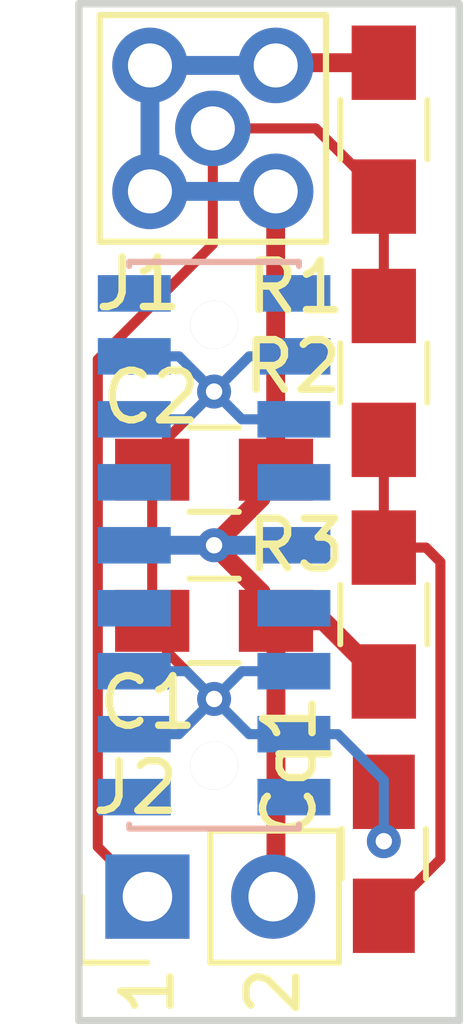
<source format=kicad_pcb>
(kicad_pcb (version 20171130) (host pcbnew "(5.1.10)-1")

  (general
    (thickness 1.6)
    (drawings 5)
    (tracks 59)
    (zones 0)
    (modules 9)
    (nets 5)
  )

  (page A4)
  (layers
    (0 F.Cu mixed)
    (31 B.Cu mixed)
    (32 B.Adhes user)
    (33 F.Adhes user)
    (34 B.Paste user)
    (35 F.Paste user)
    (36 B.SilkS user)
    (37 F.SilkS user)
    (38 B.Mask user)
    (39 F.Mask user)
    (40 Dwgs.User user hide)
    (41 Cmts.User user)
    (42 Eco1.User user)
    (43 Eco2.User user)
    (44 Edge.Cuts user)
    (45 Margin user)
    (46 B.CrtYd user hide)
    (47 F.CrtYd user hide)
    (48 B.Fab user hide)
    (49 F.Fab user hide)
  )

  (setup
    (last_trace_width 0.2032)
    (user_trace_width 0.1524)
    (user_trace_width 0.2032)
    (user_trace_width 0.254)
    (user_trace_width 0.3048)
    (user_trace_width 0.381)
    (user_trace_width 0.508)
    (user_trace_width 0.635)
    (trace_clearance 0.1524)
    (zone_clearance 0.1524)
    (zone_45_only yes)
    (trace_min 0.1524)
    (via_size 0.6858)
    (via_drill 0.3302)
    (via_min_size 0.508)
    (via_min_drill 0.3048)
    (user_via 0.6858 0.3302)
    (user_via 0.8128 0.4064)
    (user_via 1.2192 0.6096)
    (user_via 1.4224 0.8128)
    (blind_buried_vias_allowed yes)
    (uvia_size 0.3302)
    (uvia_drill 0.2032)
    (uvias_allowed yes)
    (uvia_min_size 0.2032)
    (uvia_min_drill 0.1016)
    (edge_width 0.15)
    (segment_width 0.2)
    (pcb_text_width 0.3)
    (pcb_text_size 1.5 1.5)
    (mod_edge_width 0.15)
    (mod_text_size 1 1)
    (mod_text_width 0.15)
    (pad_size 0.8 0.8)
    (pad_drill 0.8)
    (pad_to_mask_clearance 0.2)
    (aux_axis_origin 0 0)
    (visible_elements 7EFFFEFF)
    (pcbplotparams
      (layerselection 0x010fc_fffffff9)
      (usegerberextensions false)
      (usegerberattributes false)
      (usegerberadvancedattributes false)
      (creategerberjobfile false)
      (excludeedgelayer true)
      (linewidth 0.100000)
      (plotframeref false)
      (viasonmask false)
      (mode 1)
      (useauxorigin false)
      (hpglpennumber 1)
      (hpglpenspeed 20)
      (hpglpendiameter 15.000000)
      (psnegative false)
      (psa4output false)
      (plotreference true)
      (plotvalue true)
      (plotinvisibletext false)
      (padsonsilk false)
      (subtractmaskfromsilk false)
      (outputformat 1)
      (mirror false)
      (drillshape 0)
      (scaleselection 1)
      (outputdirectory "./gerbers"))
  )

  (net 0 "")
  (net 1 GND)
  (net 2 /VinA)
  (net 3 /VdivA)
  (net 4 /anode)

  (net_class Default "This is the default net class."
    (clearance 0.1524)
    (trace_width 0.1524)
    (via_dia 0.6858)
    (via_drill 0.3302)
    (uvia_dia 0.3302)
    (uvia_drill 0.2032)
    (add_net /VdivA)
    (add_net /VinA)
    (add_net /anode)
    (add_net GND)
    (add_net "Net-(JS1-Pad1)")
    (add_net "Net-(JS1-Pad11)")
    (add_net "Net-(JS1-Pad12)")
    (add_net "Net-(JS1-Pad17)")
    (add_net "Net-(JS1-Pad18)")
    (add_net "Net-(JS1-Pad2)")
    (add_net "Net-(JS1-Pad7)")
    (add_net "Net-(JS1-Pad8)")
  )

  (net_class 10mil ""
    (clearance 0.1524)
    (trace_width 0.1524)
    (via_dia 0.8128)
    (via_drill 0.4064)
    (uvia_dia 0.3048)
    (uvia_drill 0.2032)
  )

  (net_class 15mil ""
    (clearance 0.1524)
    (trace_width 0.381)
    (via_dia 0.8128)
    (via_drill 0.4064)
    (uvia_dia 0.3048)
    (uvia_drill 0.2032)
  )

  (net_class 20mil ""
    (clearance 0.1524)
    (trace_width 0.508)
    (via_dia 1.2192)
    (via_drill 0.6096)
    (uvia_dia 0.3302)
    (uvia_drill 0.2032)
  )

  (net_class 25mil ""
    (clearance 0.1524)
    (trace_width 0.1524)
    (via_dia 1.4224)
    (via_drill 0.8128)
    (uvia_dia 0.3302)
    (uvia_drill 0.2032)
  )

  (net_class 6mil ""
    (clearance 0.1524)
    (trace_width 0.1524)
    (via_dia 0.6858)
    (via_drill 0.3302)
    (uvia_dia 0.3302)
    (uvia_drill 0.2032)
  )

  (net_class 8mil ""
    (clearance 0.1524)
    (trace_width 0.2032)
    (via_dia 0.6858)
    (via_drill 0.3302)
    (uvia_dia 0.3302)
    (uvia_drill 0.2032)
  )

  (module MSAG_Misc:C_0805_HandSoldering (layer F.Cu) (tedit 5C5B15B8) (tstamp 5DCF404B)
    (at 0 -1.524 180)
    (descr "Capacitor SMD 0805, hand soldering")
    (tags "capacitor 0805")
    (path /5DCF947E)
    (attr smd)
    (fp_text reference C2 (at 1.27 1.4605) (layer F.SilkS)
      (effects (font (size 1 1) (thickness 0.15)))
    )
    (fp_text value 1.2nF (at 0 0.35) (layer F.Fab)
      (effects (font (size 0.25 0.25) (thickness 0.0375)))
    )
    (fp_text user %R (at 0.15 -0.2) (layer F.Fab)
      (effects (font (size 0.5 0.5) (thickness 0.075)))
    )
    (fp_line (start 2.25 0.87) (end -2.25 0.87) (layer F.CrtYd) (width 0.05))
    (fp_line (start 2.25 0.87) (end 2.25 -0.88) (layer F.CrtYd) (width 0.05))
    (fp_line (start -2.25 -0.88) (end -2.25 0.87) (layer F.CrtYd) (width 0.05))
    (fp_line (start -2.25 -0.88) (end 2.25 -0.88) (layer F.CrtYd) (width 0.05))
    (fp_line (start -0.5 0.85) (end 0.5 0.85) (layer F.SilkS) (width 0.12))
    (fp_line (start 0.5 -0.85) (end -0.5 -0.85) (layer F.SilkS) (width 0.12))
    (fp_line (start -1 -0.62) (end 1 -0.62) (layer F.Fab) (width 0.1))
    (fp_line (start 1 -0.62) (end 1 0.62) (layer F.Fab) (width 0.1))
    (fp_line (start 1 0.62) (end -1 0.62) (layer F.Fab) (width 0.1))
    (fp_line (start -1 0.62) (end -1 -0.62) (layer F.Fab) (width 0.1))
    (pad 1 smd rect (at -1.25 0 180) (size 1.5 1.25) (layers F.Cu F.Paste F.Mask)
      (net 1 GND))
    (pad 2 smd rect (at 1.25 0 180) (size 1.5 1.25) (layers F.Cu F.Paste F.Mask)
      (net 4 /anode))
    (model ${MSAG3D}/Capacitors_SMD.3dshapes/C_0805.wrl
      (at (xyz 0 0 0))
      (scale (xyz 1 1 1))
      (rotate (xyz 0 0 0))
    )
  )

  (module MSAG_Misc:Pin_Header_Straight_1x02_Pitch2.54mm_numbers (layer F.Cu) (tedit 60101B89) (tstamp 620C7999)
    (at -1.3462 7.0866 90)
    (descr "Through hole straight pin header, 1x02, 2.54mm pitch, single row")
    (tags "Through hole pin header THT 1x02 2.54mm single row")
    (path /620D963C)
    (fp_text reference J2 (at 2.1971 -0.2413 180) (layer F.SilkS)
      (effects (font (size 1 1) (thickness 0.15)))
    )
    (fp_text value Conn_01x02 (at 0 4.87 90) (layer F.Fab)
      (effects (font (size 1 1) (thickness 0.15)))
    )
    (fp_text user 2 (at -1.905 2.54 90) (layer F.SilkS)
      (effects (font (size 1 1) (thickness 0.15)))
    )
    (fp_text user 1 (at -1.905 0 90) (layer F.SilkS)
      (effects (font (size 1 1) (thickness 0.15)))
    )
    (fp_text user %R (at 0 1.27) (layer F.Fab)
      (effects (font (size 1 1) (thickness 0.15)))
    )
    (fp_line (start -0.635 -1.27) (end 1.27 -1.27) (layer F.Fab) (width 0.1))
    (fp_line (start 1.27 -1.27) (end 1.27 3.81) (layer F.Fab) (width 0.1))
    (fp_line (start 1.27 3.81) (end -1.27 3.81) (layer F.Fab) (width 0.1))
    (fp_line (start -1.27 3.81) (end -1.27 -0.635) (layer F.Fab) (width 0.1))
    (fp_line (start -1.27 -0.635) (end -0.635 -1.27) (layer F.Fab) (width 0.1))
    (fp_line (start -1.33 3.87) (end 1.33 3.87) (layer F.SilkS) (width 0.12))
    (fp_line (start -1.33 1.27) (end -1.33 3.87) (layer F.SilkS) (width 0.12))
    (fp_line (start 1.33 1.27) (end 1.33 3.87) (layer F.SilkS) (width 0.12))
    (fp_line (start -1.33 1.27) (end 1.33 1.27) (layer F.SilkS) (width 0.12))
    (fp_line (start -1.33 0) (end -1.33 -1.33) (layer F.SilkS) (width 0.12))
    (fp_line (start -1.33 -1.33) (end 0 -1.33) (layer F.SilkS) (width 0.12))
    (fp_line (start -1.8 -1.8) (end -1.8 4.35) (layer F.CrtYd) (width 0.05))
    (fp_line (start -1.8 4.35) (end 1.8 4.35) (layer F.CrtYd) (width 0.05))
    (fp_line (start 1.8 4.35) (end 1.8 -1.8) (layer F.CrtYd) (width 0.05))
    (fp_line (start 1.8 -1.8) (end -1.8 -1.8) (layer F.CrtYd) (width 0.05))
    (pad 1 thru_hole rect (at 0 0 90) (size 1.7 1.7) (drill 1) (layers *.Cu *.Mask)
      (net 2 /VinA))
    (pad 2 thru_hole oval (at 0 2.54 90) (size 1.7 1.7) (drill 1) (layers *.Cu *.Mask)
      (net 1 GND))
    (model ${MSAG3D}/Connector_PinHeader_2.54mm.3dshapes/Pin_Header_Straight_1x02_Pitch2.54mm.step
      (at (xyz 0 0 0))
      (scale (xyz 1 1 1))
      (rotate (xyz 0 0 0))
    )
  )

  (module MSAG_Misc:C_0805_HandSoldering (layer F.Cu) (tedit 5C5B15B8) (tstamp 5DCF3F1E)
    (at 0 1.524 180)
    (descr "Capacitor SMD 0805, hand soldering")
    (tags "capacitor 0805")
    (path /5DCF6DDA)
    (attr smd)
    (fp_text reference C1 (at 1.3335 -1.651) (layer F.SilkS)
      (effects (font (size 1 1) (thickness 0.15)))
    )
    (fp_text value 1.2nF (at 0 0.35) (layer F.Fab)
      (effects (font (size 0.25 0.25) (thickness 0.0375)))
    )
    (fp_text user %R (at 0.15 -0.2) (layer F.Fab)
      (effects (font (size 0.5 0.5) (thickness 0.075)))
    )
    (fp_line (start 2.25 0.87) (end -2.25 0.87) (layer F.CrtYd) (width 0.05))
    (fp_line (start 2.25 0.87) (end 2.25 -0.88) (layer F.CrtYd) (width 0.05))
    (fp_line (start -2.25 -0.88) (end -2.25 0.87) (layer F.CrtYd) (width 0.05))
    (fp_line (start -2.25 -0.88) (end 2.25 -0.88) (layer F.CrtYd) (width 0.05))
    (fp_line (start -0.5 0.85) (end 0.5 0.85) (layer F.SilkS) (width 0.12))
    (fp_line (start 0.5 -0.85) (end -0.5 -0.85) (layer F.SilkS) (width 0.12))
    (fp_line (start -1 -0.62) (end 1 -0.62) (layer F.Fab) (width 0.1))
    (fp_line (start 1 -0.62) (end 1 0.62) (layer F.Fab) (width 0.1))
    (fp_line (start 1 0.62) (end -1 0.62) (layer F.Fab) (width 0.1))
    (fp_line (start -1 0.62) (end -1 -0.62) (layer F.Fab) (width 0.1))
    (pad 1 smd rect (at -1.25 0 180) (size 1.5 1.25) (layers F.Cu F.Paste F.Mask)
      (net 1 GND))
    (pad 2 smd rect (at 1.25 0 180) (size 1.5 1.25) (layers F.Cu F.Paste F.Mask)
      (net 4 /anode))
    (model ${MSAG3D}/Capacitors_SMD.3dshapes/C_0805.wrl
      (at (xyz 0 0 0))
      (scale (xyz 1 1 1))
      (rotate (xyz 0 0 0))
    )
  )

  (module MSAG_Misc:SSMB_TH (layer F.Cu) (tedit 60820D74) (tstamp 620C6F4D)
    (at -0.0254 -8.4074)
    (descr "SSMB Jack Thru-Hole Connector .026\" Round Contact")
    (tags "SSMB ")
    (path /5E8F4516)
    (fp_text reference J1 (at -1.4986 3.1369 180) (layer F.SilkS)
      (effects (font (size 1 1) (thickness 0.15)))
    )
    (fp_text value BNC (at 5.588 0.508) (layer F.Fab)
      (effects (font (size 1 1) (thickness 0.15)))
    )
    (fp_text user %R (at 4.318 -1.27) (layer F.Fab)
      (effects (font (size 1 1) (thickness 0.15)))
    )
    (fp_line (start -2.286 -2.286) (end -2.286 2.286) (layer F.SilkS) (width 0.127))
    (fp_line (start -2.286 2.286) (end 2.286 2.286) (layer F.SilkS) (width 0.127))
    (fp_line (start 2.286 2.286) (end 2.286 -2.286) (layer F.SilkS) (width 0.127))
    (fp_line (start 2.286 -2.286) (end -2.286 -2.286) (layer F.SilkS) (width 0.127))
    (pad 1 thru_hole circle (at 0 0) (size 1.524 1.524) (drill 0.889) (layers *.Cu *.Mask)
      (net 2 /VinA))
    (pad 2 thru_hole circle (at -1.27 -1.27) (size 1.524 1.524) (drill 0.889) (layers *.Cu *.Mask)
      (net 1 GND))
    (pad 3 thru_hole circle (at -1.27 1.27) (size 1.524 1.524) (drill 0.889) (layers *.Cu *.Mask)
      (net 1 GND))
    (pad 4 thru_hole circle (at 1.27 1.27) (size 1.524 1.524) (drill 0.889) (layers *.Cu *.Mask)
      (net 1 GND))
    (pad 5 thru_hole circle (at 1.27 -1.27) (size 1.524 1.524) (drill 0.889) (layers *.Cu *.Mask)
      (net 1 GND))
    (model ${MSAG}/MSAG_KiCad3d/ssmb_straight_7209-1511-050.STEP
      (offset (xyz 0 0 6.7))
      (scale (xyz 1 1 1))
      (rotate (xyz 0 -90 0))
    )
  )

  (module MSAG_Misc:R_0805_HandSoldering (layer F.Cu) (tedit 5C5B175C) (tstamp 620C8494)
    (at 3.429 1.397 270)
    (descr "Resistor SMD 0805, hand soldering")
    (tags "resistor 0805")
    (path /60061C21)
    (attr smd)
    (fp_text reference R3 (at -1.397 1.778) (layer F.SilkS)
      (effects (font (size 1 1) (thickness 0.15)))
    )
    (fp_text value 10 (at 0 0.35 90) (layer F.Fab)
      (effects (font (size 0.25 0.25) (thickness 0.0375)))
    )
    (fp_line (start -1 0.62) (end -1 -0.62) (layer F.Fab) (width 0.1))
    (fp_line (start 1 0.62) (end -1 0.62) (layer F.Fab) (width 0.1))
    (fp_line (start 1 -0.62) (end 1 0.62) (layer F.Fab) (width 0.1))
    (fp_line (start -1 -0.62) (end 1 -0.62) (layer F.Fab) (width 0.1))
    (fp_line (start 0.6 0.88) (end -0.6 0.88) (layer F.SilkS) (width 0.12))
    (fp_line (start -0.6 -0.88) (end 0.6 -0.88) (layer F.SilkS) (width 0.12))
    (fp_line (start -2.35 -0.9) (end 2.35 -0.9) (layer F.CrtYd) (width 0.05))
    (fp_line (start -2.35 -0.9) (end -2.35 0.9) (layer F.CrtYd) (width 0.05))
    (fp_line (start 2.35 0.9) (end 2.35 -0.9) (layer F.CrtYd) (width 0.05))
    (fp_line (start 2.35 0.9) (end -2.35 0.9) (layer F.CrtYd) (width 0.05))
    (fp_text user %R (at 0 -0.2 90) (layer F.Fab)
      (effects (font (size 0.5 0.5) (thickness 0.075)))
    )
    (pad 2 smd rect (at 1.35 0 270) (size 1.5 1.3) (layers F.Cu F.Paste F.Mask)
      (net 1 GND))
    (pad 1 smd rect (at -1.35 0 270) (size 1.5 1.3) (layers F.Cu F.Paste F.Mask)
      (net 3 /VdivA))
    (model ${MSAG3D}/Resistors_SMD.3dshapes/R_0805.wrl
      (at (xyz 0 0 0))
      (scale (xyz 1 1 1))
      (rotate (xyz 0 0 0))
    )
  )

  (module MSAG_Misc:R_0805_HandSoldering (layer F.Cu) (tedit 5C5B175C) (tstamp 620C83F0)
    (at 3.429 -3.476 270)
    (descr "Resistor SMD 0805, hand soldering")
    (tags "resistor 0805")
    (path /600665F4)
    (attr smd)
    (fp_text reference R2 (at -0.127 1.8415 180) (layer F.SilkS)
      (effects (font (size 1 1) (thickness 0.15)))
    )
    (fp_text value 2.7k (at 0 0.35 90) (layer F.Fab)
      (effects (font (size 0.25 0.25) (thickness 0.0375)))
    )
    (fp_line (start -1 0.62) (end -1 -0.62) (layer F.Fab) (width 0.1))
    (fp_line (start 1 0.62) (end -1 0.62) (layer F.Fab) (width 0.1))
    (fp_line (start 1 -0.62) (end 1 0.62) (layer F.Fab) (width 0.1))
    (fp_line (start -1 -0.62) (end 1 -0.62) (layer F.Fab) (width 0.1))
    (fp_line (start 0.6 0.88) (end -0.6 0.88) (layer F.SilkS) (width 0.12))
    (fp_line (start -0.6 -0.88) (end 0.6 -0.88) (layer F.SilkS) (width 0.12))
    (fp_line (start -2.35 -0.9) (end 2.35 -0.9) (layer F.CrtYd) (width 0.05))
    (fp_line (start -2.35 -0.9) (end -2.35 0.9) (layer F.CrtYd) (width 0.05))
    (fp_line (start 2.35 0.9) (end 2.35 -0.9) (layer F.CrtYd) (width 0.05))
    (fp_line (start 2.35 0.9) (end -2.35 0.9) (layer F.CrtYd) (width 0.05))
    (fp_text user %R (at 0 -0.2 90) (layer F.Fab)
      (effects (font (size 0.5 0.5) (thickness 0.075)))
    )
    (pad 2 smd rect (at 1.35 0 270) (size 1.5 1.3) (layers F.Cu F.Paste F.Mask)
      (net 3 /VdivA))
    (pad 1 smd rect (at -1.35 0 270) (size 1.5 1.3) (layers F.Cu F.Paste F.Mask)
      (net 2 /VinA))
    (model ${MSAG3D}/Resistors_SMD.3dshapes/R_0805.wrl
      (at (xyz 0 0 0))
      (scale (xyz 1 1 1))
      (rotate (xyz 0 0 0))
    )
  )

  (module MSAG_Misc:R_0805_HandSoldering (layer F.Cu) (tedit 5C5B175C) (tstamp 620C6F5E)
    (at 3.429 -8.382 90)
    (descr "Resistor SMD 0805, hand soldering")
    (tags "resistor 0805")
    (path /60053F98)
    (attr smd)
    (fp_text reference R1 (at -3.175 -1.778 180) (layer F.SilkS)
      (effects (font (size 1 1) (thickness 0.15)))
    )
    (fp_text value 49.9 (at 0 0.35 90) (layer F.Fab)
      (effects (font (size 0.25 0.25) (thickness 0.0375)))
    )
    (fp_text user %R (at 0 -0.2 90) (layer F.Fab)
      (effects (font (size 0.5 0.5) (thickness 0.075)))
    )
    (fp_line (start 2.35 0.9) (end -2.35 0.9) (layer F.CrtYd) (width 0.05))
    (fp_line (start 2.35 0.9) (end 2.35 -0.9) (layer F.CrtYd) (width 0.05))
    (fp_line (start -2.35 -0.9) (end -2.35 0.9) (layer F.CrtYd) (width 0.05))
    (fp_line (start -2.35 -0.9) (end 2.35 -0.9) (layer F.CrtYd) (width 0.05))
    (fp_line (start -0.6 -0.88) (end 0.6 -0.88) (layer F.SilkS) (width 0.12))
    (fp_line (start 0.6 0.88) (end -0.6 0.88) (layer F.SilkS) (width 0.12))
    (fp_line (start -1 -0.62) (end 1 -0.62) (layer F.Fab) (width 0.1))
    (fp_line (start 1 -0.62) (end 1 0.62) (layer F.Fab) (width 0.1))
    (fp_line (start 1 0.62) (end -1 0.62) (layer F.Fab) (width 0.1))
    (fp_line (start -1 0.62) (end -1 -0.62) (layer F.Fab) (width 0.1))
    (pad 1 smd rect (at -1.35 0 90) (size 1.5 1.3) (layers F.Cu F.Paste F.Mask)
      (net 2 /VinA))
    (pad 2 smd rect (at 1.35 0 90) (size 1.5 1.3) (layers F.Cu F.Paste F.Mask)
      (net 1 GND))
    (model ${MSAG3D}/Resistors_SMD.3dshapes/R_0805.wrl
      (at (xyz 0 0 0))
      (scale (xyz 1 1 1))
      (rotate (xyz 0 0 0))
    )
  )

  (module MSAG_Misc:C_0805_HandSoldering (layer F.Cu) (tedit 5C5B15B8) (tstamp 620C940E)
    (at 3.429 6.223 270)
    (descr "Capacitor SMD 0805, hand soldering")
    (tags "capacitor 0805")
    (path /600A2513)
    (attr smd)
    (fp_text reference Cq1 (at -1.778 1.905 270) (layer F.SilkS)
      (effects (font (size 1 1) (thickness 0.15)))
    )
    (fp_text value 130pF_NP0 (at 0 0.35 90) (layer F.Fab)
      (effects (font (size 0.25 0.25) (thickness 0.0375)))
    )
    (fp_text user %R (at 0.15 -0.2 90) (layer F.Fab)
      (effects (font (size 0.5 0.5) (thickness 0.075)))
    )
    (fp_line (start 2.25 0.87) (end -2.25 0.87) (layer F.CrtYd) (width 0.05))
    (fp_line (start 2.25 0.87) (end 2.25 -0.88) (layer F.CrtYd) (width 0.05))
    (fp_line (start -2.25 -0.88) (end -2.25 0.87) (layer F.CrtYd) (width 0.05))
    (fp_line (start -2.25 -0.88) (end 2.25 -0.88) (layer F.CrtYd) (width 0.05))
    (fp_line (start -0.5 0.85) (end 0.5 0.85) (layer F.SilkS) (width 0.12))
    (fp_line (start 0.5 -0.85) (end -0.5 -0.85) (layer F.SilkS) (width 0.12))
    (fp_line (start -1 -0.62) (end 1 -0.62) (layer F.Fab) (width 0.1))
    (fp_line (start 1 -0.62) (end 1 0.62) (layer F.Fab) (width 0.1))
    (fp_line (start 1 0.62) (end -1 0.62) (layer F.Fab) (width 0.1))
    (fp_line (start -1 0.62) (end -1 -0.62) (layer F.Fab) (width 0.1))
    (pad 1 smd rect (at -1.25 0 270) (size 1.5 1.25) (layers F.Cu F.Paste F.Mask)
      (net 4 /anode))
    (pad 2 smd rect (at 1.25 0 270) (size 1.5 1.25) (layers F.Cu F.Paste F.Mask)
      (net 3 /VdivA))
    (model ${MSAG3D}/Capacitors_SMD.3dshapes/C_0805.wrl
      (at (xyz 0 0 0))
      (scale (xyz 1 1 1))
      (rotate (xyz 0 0 0))
    )
  )

  (module MSAG_Misc:CLP-109-02-F-D-A (layer B.Cu) (tedit 5DCFF754) (tstamp 5DCF485C)
    (at 0 0 180)
    (descr "surface-mounted straight pin header, 2x08, 1.27mm pitch, double rows")
    (tags "Surface mounted pin header SMD 2x08 1.27mm double row")
    (path /5D5788AF)
    (attr smd)
    (fp_text reference JS1 (at -1.46812 4.38658) (layer B.SilkS) hide
      (effects (font (size 1 1) (thickness 0.15)) (justify mirror))
    )
    (fp_text value CLP-109-02-F-D-A (at 0 -6.775) (layer B.Fab)
      (effects (font (size 1 1) (thickness 0.15)) (justify mirror))
    )
    (fp_line (start 1.7145 5.6946) (end 1.7145 5.6296) (layer B.SilkS) (width 0.12))
    (fp_line (start -1.7145 5.6946) (end -1.7145 5.6296) (layer B.SilkS) (width 0.12))
    (fp_line (start -1.7145 5.715) (end 1.7145 5.715) (layer B.SilkS) (width 0.127))
    (fp_line (start 1.114 -5.715) (end -1.114 -5.715) (layer B.Fab) (width 0.1))
    (fp_line (start -1.27 5.715) (end 1.705 5.715) (layer B.Fab) (width 0.1))
    (fp_line (start -1.114 -5.715) (end -1.114 5.28) (layer B.Fab) (width 0.1))
    (fp_line (start -1.114 5.28) (end -0.679 5.715) (layer B.Fab) (width 0.1))
    (fp_line (start 1.114 5.715) (end 1.114 -5.715) (layer B.Fab) (width 0.1))
    (fp_line (start -1.114 5.28) (end -2.159 5.28) (layer B.Fab) (width 0.1))
    (fp_line (start -2.159 5.28) (end -2.159 4.88) (layer B.Fab) (width 0.1))
    (fp_line (start -2.159 4.88) (end -1.114 4.88) (layer B.Fab) (width 0.1))
    (fp_line (start 1.114 5.28) (end 2.159 5.28) (layer B.Fab) (width 0.1))
    (fp_line (start 2.159 5.28) (end 2.159 4.88) (layer B.Fab) (width 0.1))
    (fp_line (start 2.159 4.88) (end 1.114 4.88) (layer B.Fab) (width 0.1))
    (fp_line (start -1.114 4.01) (end -2.159 4.01) (layer B.Fab) (width 0.1))
    (fp_line (start -2.159 4.01) (end -2.159 3.61) (layer B.Fab) (width 0.1))
    (fp_line (start -2.159 3.61) (end -1.114 3.61) (layer B.Fab) (width 0.1))
    (fp_line (start 1.114 4.01) (end 2.159 4.01) (layer B.Fab) (width 0.1))
    (fp_line (start 2.159 4.01) (end 2.159 3.61) (layer B.Fab) (width 0.1))
    (fp_line (start 2.159 3.61) (end 1.114 3.61) (layer B.Fab) (width 0.1))
    (fp_line (start -1.114 2.74) (end -2.159 2.74) (layer B.Fab) (width 0.1))
    (fp_line (start -2.159 2.74) (end -2.159 2.34) (layer B.Fab) (width 0.1))
    (fp_line (start -2.159 2.34) (end -1.114 2.34) (layer B.Fab) (width 0.1))
    (fp_line (start 1.114 2.74) (end 2.159 2.74) (layer B.Fab) (width 0.1))
    (fp_line (start 2.159 2.74) (end 2.159 2.34) (layer B.Fab) (width 0.1))
    (fp_line (start 2.159 2.34) (end 1.114 2.34) (layer B.Fab) (width 0.1))
    (fp_line (start -1.114 1.47) (end -2.159 1.47) (layer B.Fab) (width 0.1))
    (fp_line (start -2.159 1.47) (end -2.159 1.07) (layer B.Fab) (width 0.1))
    (fp_line (start -2.159 1.07) (end -1.114 1.07) (layer B.Fab) (width 0.1))
    (fp_line (start 1.114 1.47) (end 2.159 1.47) (layer B.Fab) (width 0.1))
    (fp_line (start 2.159 1.47) (end 2.159 1.07) (layer B.Fab) (width 0.1))
    (fp_line (start 2.159 1.07) (end 1.114 1.07) (layer B.Fab) (width 0.1))
    (fp_line (start -1.114 0.2) (end -2.159 0.2) (layer B.Fab) (width 0.1))
    (fp_line (start -2.159 0.2) (end -2.159 -0.2) (layer B.Fab) (width 0.1))
    (fp_line (start -2.159 -0.2) (end -1.114 -0.2) (layer B.Fab) (width 0.1))
    (fp_line (start 1.114 0.2) (end 2.159 0.2) (layer B.Fab) (width 0.1))
    (fp_line (start 2.159 0.2) (end 2.159 -0.2) (layer B.Fab) (width 0.1))
    (fp_line (start 2.159 -0.2) (end 1.114 -0.2) (layer B.Fab) (width 0.1))
    (fp_line (start -1.7145 -5.715) (end 1.7145 -5.715) (layer B.SilkS) (width 0.12))
    (fp_line (start -1.7145 -5.6308) (end -1.7145 -5.6958) (layer B.SilkS) (width 0.12))
    (fp_line (start 1.7145 -5.6308) (end 1.7145 -5.6958) (layer B.SilkS) (width 0.12))
    (fp_line (start -4.3 6.235) (end -4.3 -6.235) (layer B.CrtYd) (width 0.05))
    (fp_line (start -4.3 -6.235) (end 4.3 -6.235) (layer B.CrtYd) (width 0.05))
    (fp_line (start 4.3 -6.235) (end 4.3 6.235) (layer B.CrtYd) (width 0.05))
    (fp_line (start 4.3 6.235) (end -4.3 6.235) (layer B.CrtYd) (width 0.05))
    (fp_text user %R (at 0 0.635 270) (layer B.Fab)
      (effects (font (size 1 1) (thickness 0.15)) (justify mirror))
    )
    (pad 18 smd rect (at -1.6129 -5.08 180) (size 1.4732 0.7366) (layers B.Cu B.Paste B.Mask))
    (pad 16 smd rect (at -1.6129 -3.81 180) (size 1.4732 0.7366) (layers B.Cu B.Paste B.Mask)
      (net 4 /anode))
    (pad 14 smd rect (at -1.6129 -2.54 180) (size 1.4732 0.7366) (layers B.Cu B.Paste B.Mask)
      (net 4 /anode))
    (pad 12 smd rect (at -1.6129 -1.27 180) (size 1.4732 0.7366) (layers B.Cu B.Paste B.Mask))
    (pad 17 smd rect (at 1.6129 -5.08 180) (size 1.4732 0.7366) (layers B.Cu B.Paste B.Mask))
    (pad 15 smd rect (at 1.6129 -3.81 180) (size 1.4732 0.7366) (layers B.Cu B.Paste B.Mask)
      (net 4 /anode))
    (pad 13 smd rect (at 1.6129 -2.54 180) (size 1.4732 0.7366) (layers B.Cu B.Paste B.Mask)
      (net 4 /anode))
    (pad 11 smd rect (at 1.6129 -1.27 180) (size 1.4732 0.7366) (layers B.Cu B.Paste B.Mask))
    (pad 1 smd rect (at 1.6129 5.08 180) (size 1.4732 0.7366) (layers B.Cu B.Paste B.Mask))
    (pad 9 smd rect (at 1.6129 0 180) (size 1.4732 0.7366) (layers B.Cu B.Paste B.Mask)
      (net 1 GND))
    (pad 3 smd rect (at 1.6129 3.81 180) (size 1.4732 0.7366) (layers B.Cu B.Paste B.Mask)
      (net 4 /anode))
    (pad 5 smd rect (at 1.6129 2.54 180) (size 1.4732 0.7366) (layers B.Cu B.Paste B.Mask)
      (net 4 /anode))
    (pad 7 smd rect (at 1.6129 1.27 180) (size 1.4732 0.7366) (layers B.Cu B.Paste B.Mask))
    (pad 10 smd rect (at -1.6129 0 180) (size 1.4732 0.7366) (layers B.Cu B.Paste B.Mask)
      (net 1 GND))
    (pad 8 smd rect (at -1.6129 1.27 180) (size 1.4732 0.7366) (layers B.Cu B.Paste B.Mask))
    (pad 6 smd rect (at -1.6129 2.54 180) (size 1.4732 0.7366) (layers B.Cu B.Paste B.Mask)
      (net 4 /anode))
    (pad 4 smd rect (at -1.6129 3.81 180) (size 1.4732 0.7366) (layers B.Cu B.Paste B.Mask)
      (net 4 /anode))
    (pad 2 smd rect (at -1.6129 5.08 180) (size 1.4732 0.7366) (layers B.Cu B.Paste B.Mask))
    (pad 20 thru_hole circle (at 0 4.445 180) (size 0.97 0.97) (drill 0.97) (layers *.Cu *.Mask))
    (pad 19 thru_hole circle (at 0 -4.445 180) (size 0.97 0.97) (drill 0.97) (layers *.Cu *.Mask))
    (model ${MSAG}/MSAG_KiCad3d/CLP-109-02-F-D-A.stp
      (at (xyz 0 0 0))
      (scale (xyz 1 1 1))
      (rotate (xyz -90 0 -90))
    )
  )

  (gr_line (start 4.953 9.5885) (end 4.953 -10.922) (layer Edge.Cuts) (width 0.15) (tstamp 620C94E4))
  (gr_line (start -2.7305 -4.445) (end -2.7305 -10.922) (layer Edge.Cuts) (width 0.15) (tstamp 620C8C6A))
  (gr_line (start -2.7305 9.5885) (end -2.7305 -4.445) (layer Edge.Cuts) (width 0.15) (tstamp 5D575757))
  (gr_line (start 4.953 9.5885) (end -2.7305 9.5885) (layer Edge.Cuts) (width 0.15) (tstamp 620C94ED))
  (gr_line (start -2.7305 -10.922) (end 4.953 -10.922) (layer Edge.Cuts) (width 0.15) (tstamp 620C8906))

  (via (at 0 0) (size 0.6858) (drill 0.3302) (layers F.Cu B.Cu) (net 1))
  (segment (start -0.0127 0) (end 0 -0.0127) (width 0.381) (layer B.Cu) (net 1))
  (segment (start 0 0) (end -1.6129 0) (width 0.381) (layer B.Cu) (net 1))
  (segment (start 0 0) (end 1.6129 0) (width 0.381) (layer B.Cu) (net 1))
  (segment (start 0.95 -1.524) (end 0.95 -0.95) (width 0.381) (layer F.Cu) (net 1))
  (segment (start 0.95 1.524) (end 0.95 0.95) (width 0.381) (layer F.Cu) (net 1))
  (segment (start 0.95 0.95) (end 0 0) (width 0.381) (layer F.Cu) (net 1))
  (segment (start 0.95 -0.95) (end 0 0) (width 0.381) (layer F.Cu) (net 1))
  (segment (start 2.206 1.524) (end 3.429 2.747) (width 0.381) (layer F.Cu) (net 1))
  (segment (start 1.25 1.524) (end 2.206 1.524) (width 0.381) (layer F.Cu) (net 1))
  (segment (start 1.2992 -9.732) (end 1.2446 -9.6774) (width 0.381) (layer F.Cu) (net 1))
  (segment (start 3.429 -9.732) (end 1.2992 -9.732) (width 0.381) (layer F.Cu) (net 1))
  (segment (start 1.2446 -9.6774) (end -1.2954 -9.6774) (width 0.381) (layer B.Cu) (net 1))
  (segment (start -1.2954 -9.6774) (end -1.2954 -7.1374) (width 0.381) (layer B.Cu) (net 1))
  (segment (start 1.2446 -1.5294) (end 1.25 -1.524) (width 0.381) (layer F.Cu) (net 1))
  (segment (start 1.2446 -7.1374) (end 1.2446 -1.5294) (width 0.381) (layer F.Cu) (net 1))
  (segment (start 1.25 7.0304) (end 1.1938 7.0866) (width 0.381) (layer F.Cu) (net 1))
  (segment (start 1.25 1.524) (end 1.25 7.0304) (width 0.381) (layer F.Cu) (net 1))
  (segment (start 1.2446 -7.1374) (end -1.2954 -7.1374) (width 0.381) (layer B.Cu) (net 1))
  (segment (start 3.429 -7.032) (end 3.429 -4.826) (width 0.2032) (layer F.Cu) (net 2))
  (segment (start 2.0536 -8.4074) (end 3.429 -7.032) (width 0.2032) (layer F.Cu) (net 2))
  (segment (start -0.0254 -8.4074) (end 2.0536 -8.4074) (width 0.2032) (layer F.Cu) (net 2))
  (segment (start -0.0254 -6.0706) (end -0.0254 -8.4074) (width 0.2032) (layer F.Cu) (net 2))
  (segment (start -2.3495 -3.7465) (end -0.0254 -6.0706) (width 0.2032) (layer F.Cu) (net 2))
  (segment (start -2.3495 6.0833) (end -2.3495 -3.7465) (width 0.2032) (layer F.Cu) (net 2))
  (segment (start -1.3462 7.0866) (end -2.3495 6.0833) (width 0.2032) (layer F.Cu) (net 2))
  (segment (start 3.429 -2.126) (end 3.429 0.047) (width 0.2032) (layer F.Cu) (net 3))
  (segment (start 4.2822 0.047) (end 4.572 0.3368) (width 0.2032) (layer F.Cu) (net 3))
  (segment (start 3.429 0.047) (end 4.2822 0.047) (width 0.2032) (layer F.Cu) (net 3))
  (segment (start 4.572 6.33) (end 3.429 7.473) (width 0.2032) (layer F.Cu) (net 3))
  (segment (start 4.572 0.3368) (end 4.572 6.33) (width 0.2032) (layer F.Cu) (net 3))
  (segment (start -0.56 2.54) (end 0 3.1) (width 0.2032) (layer B.Cu) (net 4))
  (segment (start -1.6129 2.54) (end -0.56 2.54) (width 0.2032) (layer B.Cu) (net 4))
  (segment (start 0.56 2.54) (end 0 3.1) (width 0.2032) (layer B.Cu) (net 4))
  (segment (start 1.6129 2.54) (end 0.56 2.54) (width 0.2032) (layer B.Cu) (net 4))
  (segment (start -0.71 3.81) (end 0 3.1) (width 0.2032) (layer B.Cu) (net 4))
  (segment (start -1.6129 3.81) (end -0.71 3.81) (width 0.2032) (layer B.Cu) (net 4))
  (segment (start 0.71 3.81) (end 0 3.1) (width 0.2032) (layer B.Cu) (net 4))
  (segment (start 1.6129 3.81) (end 0.71 3.81) (width 0.2032) (layer B.Cu) (net 4))
  (via (at 0 3.1) (size 0.6858) (drill 0.3302) (layers F.Cu B.Cu) (net 4))
  (segment (start -0.56 -2.54) (end 0 -3.1) (width 0.2032) (layer B.Cu) (net 4))
  (segment (start -1.6129 -2.54) (end -0.56 -2.54) (width 0.2032) (layer B.Cu) (net 4))
  (segment (start 0.56 -2.54) (end 0 -3.1) (width 0.2032) (layer B.Cu) (net 4))
  (segment (start 1.6129 -2.54) (end 0.56 -2.54) (width 0.2032) (layer B.Cu) (net 4))
  (segment (start -0.71 -3.81) (end 0 -3.1) (width 0.2032) (layer B.Cu) (net 4))
  (segment (start -1.6129 -3.81) (end -0.71 -3.81) (width 0.2032) (layer B.Cu) (net 4))
  (segment (start 0.71 -3.81) (end 0 -3.1) (width 0.2032) (layer B.Cu) (net 4))
  (segment (start 1.6129 -3.81) (end 0.71 -3.81) (width 0.2032) (layer B.Cu) (net 4))
  (via (at 0 -3.1) (size 0.6858) (drill 0.3302) (layers F.Cu B.Cu) (net 4) (tstamp 5D7D7AB5))
  (segment (start -0.95 -1.524) (end -0.95 -2.15) (width 0.2032) (layer F.Cu) (net 4))
  (segment (start -0.95 1.524) (end -0.95 2.15) (width 0.2032) (layer F.Cu) (net 4))
  (segment (start -0.95 2.15) (end 0 3.1) (width 0.2032) (layer F.Cu) (net 4))
  (segment (start -0.95 -2.15) (end 0 -3.1) (width 0.2032) (layer F.Cu) (net 4))
  (segment (start -1.25 -1.524) (end -1.25 1.524) (width 0.2032) (layer F.Cu) (net 4))
  (via (at 3.429 5.969) (size 0.6858) (drill 0.3302) (layers F.Cu B.Cu) (net 4))
  (segment (start 3.429 4.973) (end 3.429 5.969) (width 0.2032) (layer F.Cu) (net 4))
  (segment (start 2.5019 3.81) (end 1.6129 3.81) (width 0.2032) (layer B.Cu) (net 4))
  (segment (start 3.429 4.7371) (end 2.5019 3.81) (width 0.2032) (layer B.Cu) (net 4))
  (segment (start 3.429 5.969) (end 3.429 4.7371) (width 0.2032) (layer B.Cu) (net 4))

)

</source>
